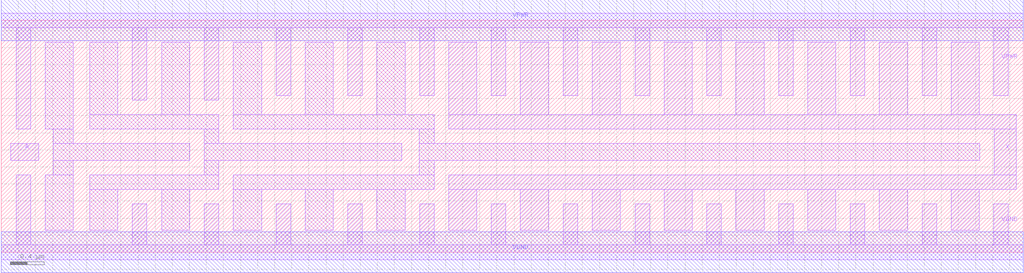
<source format=lef>
# Copyright 2020 The SkyWater PDK Authors
#
# Licensed under the Apache License, Version 2.0 (the "License");
# you may not use this file except in compliance with the License.
# You may obtain a copy of the License at
#
#     https://www.apache.org/licenses/LICENSE-2.0
#
# Unless required by applicable law or agreed to in writing, software
# distributed under the License is distributed on an "AS IS" BASIS,
# WITHOUT WARRANTIES OR CONDITIONS OF ANY KIND, either express or implied.
# See the License for the specific language governing permissions and
# limitations under the License.
#
# SPDX-License-Identifier: Apache-2.0

VERSION 5.5 ;
NAMESCASESENSITIVE ON ;
BUSBITCHARS "[]" ;
DIVIDERCHAR "/" ;
MACRO sky130_fd_sc_hd__bufbuf_16
  CLASS CORE ;
  SOURCE USER ;
  ORIGIN  0.000000  0.000000 ;
  SIZE  11.96000 BY  2.720000 ;
  SYMMETRY X Y R90 ;
  SITE unithd ;
  PIN A
    ANTENNAGATEAREA  0.247500 ;
    DIRECTION INPUT ;
    USE SIGNAL ;
    PORT
      LAYER li1 ;
        RECT 0.110000 1.075000 0.440000 1.275000 ;
    END
  END A
  PIN X
    ANTENNADIFFAREA  3.564000 ;
    DIRECTION OUTPUT ;
    USE SIGNAL ;
    PORT
      LAYER li1 ;
        RECT  5.235000 0.255000  5.485000 0.260000 ;
        RECT  5.235000 0.260000  5.565000 0.735000 ;
        RECT  5.235000 0.735000 11.875000 0.905000 ;
        RECT  5.235000 1.445000 11.875000 1.615000 ;
        RECT  5.235000 1.615000  5.565000 2.465000 ;
        RECT  6.075000 0.260000  6.405000 0.735000 ;
        RECT  6.075000 1.615000  6.405000 2.465000 ;
        RECT  6.155000 0.255000  6.325000 0.260000 ;
        RECT  6.915000 0.260000  7.245000 0.735000 ;
        RECT  6.915000 1.615000  7.245000 2.465000 ;
        RECT  6.995000 0.255000  7.165000 0.260000 ;
        RECT  7.755000 0.260000  8.085000 0.735000 ;
        RECT  7.755000 1.615000  8.085000 2.465000 ;
        RECT  8.595000 0.260000  8.925000 0.735000 ;
        RECT  8.595000 1.615000  8.925000 2.465000 ;
        RECT  9.435000 0.260000  9.765000 0.735000 ;
        RECT  9.435000 1.615000  9.765000 2.465000 ;
        RECT 10.275000 0.260000 10.605000 0.735000 ;
        RECT 10.275000 1.615000 10.605000 2.465000 ;
        RECT 11.115000 0.260000 11.445000 0.735000 ;
        RECT 11.115000 1.615000 11.445000 2.465000 ;
        RECT 11.620000 0.905000 11.875000 1.445000 ;
    END
  END X
  PIN VGND
    DIRECTION INOUT ;
    SHAPE ABUTMENT ;
    USE GROUND ;
    PORT
      LAYER li1 ;
        RECT  0.000000 -0.085000 11.960000 0.085000 ;
        RECT  0.175000  0.085000  0.345000 0.905000 ;
        RECT  1.535000  0.085000  1.705000 0.565000 ;
        RECT  2.375000  0.085000  2.545000 0.565000 ;
        RECT  3.215000  0.085000  3.385000 0.565000 ;
        RECT  4.055000  0.085000  4.225000 0.565000 ;
        RECT  4.895000  0.085000  5.065000 0.565000 ;
        RECT  5.735000  0.085000  5.905000 0.565000 ;
        RECT  6.575000  0.085000  6.745000 0.565000 ;
        RECT  7.415000  0.085000  7.585000 0.565000 ;
        RECT  8.255000  0.085000  8.425000 0.565000 ;
        RECT  9.095000  0.085000  9.265000 0.565000 ;
        RECT  9.935000  0.085000 10.105000 0.565000 ;
        RECT 10.775000  0.085000 10.945000 0.565000 ;
        RECT 11.615000  0.085000 11.785000 0.565000 ;
    END
    PORT
      LAYER met1 ;
        RECT 0.000000 -0.240000 11.960000 0.240000 ;
    END
  END VGND
  PIN VNB
    DIRECTION INOUT ;
    USE GROUND ;
    PORT
    END
  END VNB
  PIN VPB
    DIRECTION INOUT ;
    USE POWER ;
    PORT
    END
  END VPB
  PIN VPWR
    DIRECTION INOUT ;
    SHAPE ABUTMENT ;
    USE POWER ;
    PORT
      LAYER li1 ;
        RECT  0.000000 2.635000 11.960000 2.805000 ;
        RECT  0.175000 1.445000  0.345000 2.635000 ;
        RECT  1.535000 1.785000  1.705000 2.635000 ;
        RECT  2.375000 1.785000  2.545000 2.635000 ;
        RECT  3.215000 1.835000  3.385000 2.635000 ;
        RECT  4.055000 1.835000  4.225000 2.635000 ;
        RECT  4.895000 1.835000  5.065000 2.635000 ;
        RECT  5.735000 1.835000  5.905000 2.635000 ;
        RECT  6.575000 1.835000  6.745000 2.635000 ;
        RECT  7.415000 1.835000  7.585000 2.635000 ;
        RECT  8.255000 1.835000  8.425000 2.635000 ;
        RECT  9.095000 1.835000  9.265000 2.635000 ;
        RECT  9.935000 1.835000 10.105000 2.635000 ;
        RECT 10.775000 1.835000 10.945000 2.635000 ;
        RECT 11.615000 1.835000 11.785000 2.635000 ;
    END
    PORT
      LAYER met1 ;
        RECT 0.000000 2.480000 11.960000 2.960000 ;
    END
  END VPWR
  OBS
    LAYER li1 ;
      RECT 0.515000 0.260000  0.845000 0.905000 ;
      RECT 0.515000 1.445000  0.845000 2.465000 ;
      RECT 0.610000 0.905000  0.845000 1.075000 ;
      RECT 0.610000 1.075000  2.205000 1.275000 ;
      RECT 0.610000 1.275000  0.845000 1.445000 ;
      RECT 1.035000 0.260000  1.365000 0.735000 ;
      RECT 1.035000 0.735000  2.545000 0.905000 ;
      RECT 1.035000 1.445000  2.545000 1.615000 ;
      RECT 1.035000 1.615000  1.365000 2.465000 ;
      RECT 1.875000 0.260000  2.205000 0.735000 ;
      RECT 1.875000 1.615000  2.205000 2.465000 ;
      RECT 2.375000 0.905000  2.545000 1.075000 ;
      RECT 2.375000 1.075000  4.685000 1.275000 ;
      RECT 2.375000 1.275000  2.545000 1.445000 ;
      RECT 2.715000 0.260000  3.045000 0.735000 ;
      RECT 2.715000 0.735000  5.065000 0.905000 ;
      RECT 2.715000 1.445000  5.065000 1.615000 ;
      RECT 2.715000 1.615000  3.045000 2.465000 ;
      RECT 3.555000 0.260000  3.885000 0.735000 ;
      RECT 3.555000 1.615000  3.885000 2.465000 ;
      RECT 4.395000 0.260000  4.725000 0.735000 ;
      RECT 4.395000 1.615000  4.725000 2.465000 ;
      RECT 4.890000 0.905000  5.065000 1.075000 ;
      RECT 4.890000 1.075000 11.450000 1.275000 ;
      RECT 4.890000 1.275000  5.065000 1.445000 ;
  END
END sky130_fd_sc_hd__bufbuf_16
END LIBRARY

</source>
